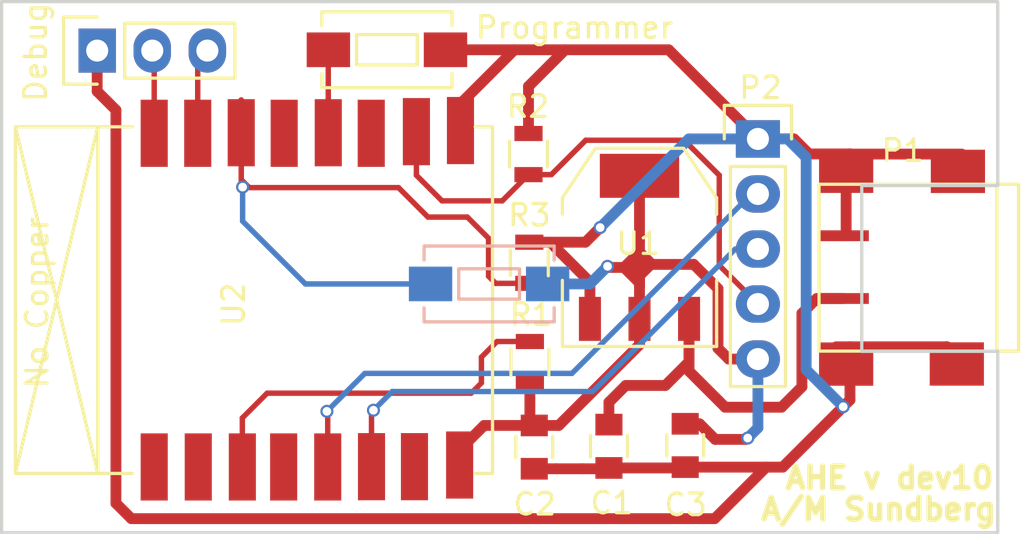
<source format=kicad_pcb>
(kicad_pcb (version 4) (host pcbnew 4.0.4-stable)

  (general
    (links 33)
    (no_connects 0)
    (area 159.132199 90.823725 206.751001 115.556101)
    (thickness 1.6)
    (drawings 11)
    (tracks 157)
    (zones 0)
    (modules 13)
    (nets 12)
  )

  (page A4)
  (layers
    (0 F.Cu signal)
    (31 B.Cu signal)
    (32 B.Adhes user)
    (33 F.Adhes user)
    (34 B.Paste user)
    (35 F.Paste user)
    (36 B.SilkS user)
    (37 F.SilkS user)
    (38 B.Mask user)
    (39 F.Mask user)
    (40 Dwgs.User user)
    (41 Cmts.User user)
    (42 Eco1.User user)
    (43 Eco2.User user)
    (44 Edge.Cuts user)
    (45 Margin user)
    (46 B.CrtYd user)
    (47 F.CrtYd user)
    (48 B.Fab user)
    (49 F.Fab user)
  )

  (setup
    (last_trace_width 0.25)
    (trace_clearance 0.2)
    (zone_clearance 0.508)
    (zone_45_only no)
    (trace_min 0.2)
    (segment_width 0.2)
    (edge_width 0.15)
    (via_size 0.6)
    (via_drill 0.4)
    (via_min_size 0.4)
    (via_min_drill 0.3)
    (uvia_size 0.3)
    (uvia_drill 0.1)
    (uvias_allowed no)
    (uvia_min_size 0.2)
    (uvia_min_drill 0.1)
    (pcb_text_width 0.3)
    (pcb_text_size 1.5 1.5)
    (mod_edge_width 0.15)
    (mod_text_size 1 1)
    (mod_text_width 0.15)
    (pad_size 1.524 1.524)
    (pad_drill 0.762)
    (pad_to_mask_clearance 0.2)
    (aux_axis_origin 0 0)
    (visible_elements 7FFFFFFF)
    (pcbplotparams
      (layerselection 0x00030_80000001)
      (usegerberextensions false)
      (excludeedgelayer true)
      (linewidth 0.100000)
      (plotframeref false)
      (viasonmask false)
      (mode 1)
      (useauxorigin false)
      (hpglpennumber 1)
      (hpglpenspeed 20)
      (hpglpendiameter 15)
      (hpglpenoverlay 2)
      (psnegative false)
      (psa4output false)
      (plotreference true)
      (plotvalue true)
      (plotinvisibletext false)
      (padsonsilk false)
      (subtractmaskfromsilk false)
      (outputformat 1)
      (mirror false)
      (drillshape 1)
      (scaleselection 1)
      (outputdirectory ""))
  )

  (net 0 "")
  (net 1 +5V)
  (net 2 GND)
  (net 3 VCC)
  (net 4 "Net-(JP1-Pad1)")
  (net 5 SCLK)
  (net 6 MISO)
  (net 7 SS)
  (net 8 RX)
  (net 9 TX)
  (net 10 "Net-(R1-Pad1)")
  (net 11 "Net-(R3-Pad2)")

  (net_class Default "This is the default net class."
    (clearance 0.2)
    (trace_width 0.25)
    (via_dia 0.6)
    (via_drill 0.4)
    (uvia_dia 0.3)
    (uvia_drill 0.1)
    (add_net MISO)
    (add_net "Net-(JP1-Pad1)")
    (add_net "Net-(R1-Pad1)")
    (add_net "Net-(R3-Pad2)")
    (add_net RX)
    (add_net SCLK)
    (add_net SS)
    (add_net TX)
  )

  (net_class Gnd ""
    (clearance 0.2)
    (trace_width 0.5)
    (via_dia 0.6)
    (via_drill 0.4)
    (uvia_dia 0.3)
    (uvia_drill 0.1)
    (add_net +5V)
    (add_net GND)
    (add_net VCC)
  )

  (module ASKicadLib:USB_Mini-B_AS (layer F.Cu) (tedit 5842F73B) (tstamp 5842B4F7)
    (at 201.5 103.25 180)
    (descr "USB Mini-B 5-pin SMD connector")
    (tags "USB USB_B USB_Mini connector")
    (path /5824E589)
    (attr smd)
    (fp_text reference P1 (at 0.7366 5.4102 180) (layer F.SilkS)
      (effects (font (size 1 1) (thickness 0.15)))
    )
    (fp_text value Power (at 32.0167 -5.7531 180) (layer F.Fab) hide
      (effects (font (size 1 1) (thickness 0.15)))
    )
    (fp_line (start -4.85 -5.7) (end 4.85 -5.7) (layer F.CrtYd) (width 0.05))
    (fp_line (start 4.85 -5.7) (end 4.85 5.7) (layer F.CrtYd) (width 0.05))
    (fp_line (start 4.85 5.7) (end -4.85 5.7) (layer F.CrtYd) (width 0.05))
    (fp_line (start -4.85 5.7) (end -4.85 -5.7) (layer F.CrtYd) (width 0.05))
    (fp_line (start -3.59918 -3.85064) (end -3.59918 3.85064) (layer F.SilkS) (width 0.15))
    (fp_line (start -4.59994 -3.85064) (end -4.59994 3.85064) (layer F.SilkS) (width 0.15))
    (fp_line (start -4.59994 3.85064) (end 4.59994 3.85064) (layer F.SilkS) (width 0.15))
    (fp_line (start 4.59994 3.85064) (end 4.59994 -3.85064) (layer F.SilkS) (width 0.15))
    (fp_line (start 4.59994 -3.85064) (end -4.59994 -3.85064) (layer F.SilkS) (width 0.15))
    (pad 1 smd rect (at 3.4544 -1.4224 180) (size 2.30124 0.50038) (layers F.Cu F.Paste F.Mask)
      (net 1 +5V))
    (pad 5 smd rect (at 3.4544 1.4732 180) (size 2.30124 0.50038) (layers F.Cu F.Paste F.Mask)
      (net 2 GND))
    (pad 6 smd rect (at 3.35026 -4.45008 180) (size 2.49936 1.99898) (layers F.Cu F.Paste F.Mask)
      (net 2 GND))
    (pad 6 smd rect (at -1.7526 -4.445 180) (size 2.49936 1.99898) (layers F.Cu F.Paste F.Mask)
      (net 2 GND))
    (pad 6 smd rect (at 3.35026 4.45008 180) (size 2.49936 1.99898) (layers F.Cu F.Paste F.Mask)
      (net 2 GND))
    (pad 6 smd rect (at -1.8034 4.445 180) (size 2.49936 1.99898) (layers F.Cu F.Paste F.Mask)
      (net 2 GND))
  )

  (module Capacitors_SMD:C_0805 (layer F.Cu) (tedit 58432CD8) (tstamp 583B2021)
    (at 187.2107 111.4933 270)
    (descr "Capacitor SMD 0805, reflow soldering, AVX (see smccp.pdf)")
    (tags "capacitor 0805")
    (path /5824E356)
    (attr smd)
    (fp_text reference C1 (at 2.61366 -0.12954 360) (layer F.SilkS)
      (effects (font (size 1 1) (thickness 0.15)))
    )
    (fp_text value C (at -2.6416 18.1229 270) (layer F.Fab) hide
      (effects (font (size 1 1) (thickness 0.15)))
    )
    (fp_line (start -1 0.625) (end -1 -0.625) (layer F.Fab) (width 0.15))
    (fp_line (start 1 0.625) (end -1 0.625) (layer F.Fab) (width 0.15))
    (fp_line (start 1 -0.625) (end 1 0.625) (layer F.Fab) (width 0.15))
    (fp_line (start -1 -0.625) (end 1 -0.625) (layer F.Fab) (width 0.15))
    (fp_line (start -1.8 -1) (end 1.8 -1) (layer F.CrtYd) (width 0.05))
    (fp_line (start -1.8 1) (end 1.8 1) (layer F.CrtYd) (width 0.05))
    (fp_line (start -1.8 -1) (end -1.8 1) (layer F.CrtYd) (width 0.05))
    (fp_line (start 1.8 -1) (end 1.8 1) (layer F.CrtYd) (width 0.05))
    (fp_line (start 0.5 -0.85) (end -0.5 -0.85) (layer F.SilkS) (width 0.15))
    (fp_line (start -0.5 0.85) (end 0.5 0.85) (layer F.SilkS) (width 0.15))
    (pad 1 smd rect (at -1 0 270) (size 1 1.25) (layers F.Cu F.Paste F.Mask)
      (net 1 +5V))
    (pad 2 smd rect (at 1 0 270) (size 1 1.25) (layers F.Cu F.Paste F.Mask)
      (net 2 GND))
    (model Capacitors_SMD.3dshapes/C_0805.wrl
      (at (xyz 0 0 0))
      (scale (xyz 1 1 1))
      (rotate (xyz 0 0 0))
    )
  )

  (module Capacitors_SMD:C_0805 (layer F.Cu) (tedit 58432CD4) (tstamp 583B2027)
    (at 183.769 111.5314 270)
    (descr "Capacitor SMD 0805, reflow soldering, AVX (see smccp.pdf)")
    (tags "capacitor 0805")
    (path /5824E3C5)
    (attr smd)
    (fp_text reference C2 (at 2.63144 -0.02032 360) (layer F.SilkS)
      (effects (font (size 1 1) (thickness 0.15)))
    )
    (fp_text value C (at -2.7559 14.7193 270) (layer F.Fab) hide
      (effects (font (size 1 1) (thickness 0.15)))
    )
    (fp_line (start -1 0.625) (end -1 -0.625) (layer F.Fab) (width 0.15))
    (fp_line (start 1 0.625) (end -1 0.625) (layer F.Fab) (width 0.15))
    (fp_line (start 1 -0.625) (end 1 0.625) (layer F.Fab) (width 0.15))
    (fp_line (start -1 -0.625) (end 1 -0.625) (layer F.Fab) (width 0.15))
    (fp_line (start -1.8 -1) (end 1.8 -1) (layer F.CrtYd) (width 0.05))
    (fp_line (start -1.8 1) (end 1.8 1) (layer F.CrtYd) (width 0.05))
    (fp_line (start -1.8 -1) (end -1.8 1) (layer F.CrtYd) (width 0.05))
    (fp_line (start 1.8 -1) (end 1.8 1) (layer F.CrtYd) (width 0.05))
    (fp_line (start 0.5 -0.85) (end -0.5 -0.85) (layer F.SilkS) (width 0.15))
    (fp_line (start -0.5 0.85) (end 0.5 0.85) (layer F.SilkS) (width 0.15))
    (pad 1 smd rect (at -1 0 270) (size 1 1.25) (layers F.Cu F.Paste F.Mask)
      (net 3 VCC))
    (pad 2 smd rect (at 1 0 270) (size 1 1.25) (layers F.Cu F.Paste F.Mask)
      (net 2 GND))
    (model Capacitors_SMD.3dshapes/C_0805.wrl
      (at (xyz 0 0 0))
      (scale (xyz 1 1 1))
      (rotate (xyz 0 0 0))
    )
  )

  (module Pin_Headers:Pin_Header_Straight_1x05 (layer F.Cu) (tedit 5842F73E) (tstamp 583B2043)
    (at 194.0814 97.3074)
    (descr "Through hole pin header")
    (tags "pin header")
    (path /5824E6C8)
    (fp_text reference P2 (at 0.1143 -2.3622) (layer F.SilkS)
      (effects (font (size 1 1) (thickness 0.15)))
    )
    (fp_text value Audio (at -24.9555 11.2014) (layer F.Fab) hide
      (effects (font (size 1 1) (thickness 0.15)))
    )
    (fp_line (start -1.55 0) (end -1.55 -1.55) (layer F.SilkS) (width 0.15))
    (fp_line (start -1.55 -1.55) (end 1.55 -1.55) (layer F.SilkS) (width 0.15))
    (fp_line (start 1.55 -1.55) (end 1.55 0) (layer F.SilkS) (width 0.15))
    (fp_line (start -1.75 -1.75) (end -1.75 11.95) (layer F.CrtYd) (width 0.05))
    (fp_line (start 1.75 -1.75) (end 1.75 11.95) (layer F.CrtYd) (width 0.05))
    (fp_line (start -1.75 -1.75) (end 1.75 -1.75) (layer F.CrtYd) (width 0.05))
    (fp_line (start -1.75 11.95) (end 1.75 11.95) (layer F.CrtYd) (width 0.05))
    (fp_line (start 1.27 1.27) (end 1.27 11.43) (layer F.SilkS) (width 0.15))
    (fp_line (start 1.27 11.43) (end -1.27 11.43) (layer F.SilkS) (width 0.15))
    (fp_line (start -1.27 11.43) (end -1.27 1.27) (layer F.SilkS) (width 0.15))
    (fp_line (start 1.27 1.27) (end -1.27 1.27) (layer F.SilkS) (width 0.15))
    (pad 1 thru_hole rect (at 0 0) (size 2.032 1.7272) (drill 1.016) (layers *.Cu *.Mask)
      (net 2 GND))
    (pad 2 thru_hole oval (at 0 2.54) (size 2.032 1.7272) (drill 1.016) (layers *.Cu *.Mask)
      (net 5 SCLK))
    (pad 3 thru_hole oval (at 0 5.08) (size 2.032 1.7272) (drill 1.016) (layers *.Cu *.Mask)
      (net 6 MISO))
    (pad 4 thru_hole oval (at 0 7.62) (size 2.032 1.7272) (drill 1.016) (layers *.Cu *.Mask)
      (net 7 SS))
    (pad 5 thru_hole oval (at 0 10.16) (size 2.032 1.7272) (drill 1.016) (layers *.Cu *.Mask)
      (net 3 VCC))
    (model Pin_Headers.3dshapes/Pin_Header_Straight_1x05.wrl
      (at (xyz 0 -0.2 0))
      (scale (xyz 1 1 1))
      (rotate (xyz 0 0 90))
    )
  )

  (module Resistors_SMD:R_0805 (layer F.Cu) (tedit 5842FDFB) (tstamp 583B2050)
    (at 183.5658 107.6071 270)
    (descr "Resistor SMD 0805, reflow soldering, Vishay (see dcrcw.pdf)")
    (tags "resistor 0805")
    (path /5824D0BF)
    (attr smd)
    (fp_text reference R1 (at -2.1971 -0.0508 360) (layer F.SilkS)
      (effects (font (size 1 1) (thickness 0.15)))
    )
    (fp_text value 10k (at 0.2413 12.79652 270) (layer F.Fab) hide
      (effects (font (size 1 1) (thickness 0.15)))
    )
    (fp_line (start -1 0.625) (end -1 -0.625) (layer F.Fab) (width 0.1))
    (fp_line (start 1 0.625) (end -1 0.625) (layer F.Fab) (width 0.1))
    (fp_line (start 1 -0.625) (end 1 0.625) (layer F.Fab) (width 0.1))
    (fp_line (start -1 -0.625) (end 1 -0.625) (layer F.Fab) (width 0.1))
    (fp_line (start -1.6 -1) (end 1.6 -1) (layer F.CrtYd) (width 0.05))
    (fp_line (start -1.6 1) (end 1.6 1) (layer F.CrtYd) (width 0.05))
    (fp_line (start -1.6 -1) (end -1.6 1) (layer F.CrtYd) (width 0.05))
    (fp_line (start 1.6 -1) (end 1.6 1) (layer F.CrtYd) (width 0.05))
    (fp_line (start 0.6 0.875) (end -0.6 0.875) (layer F.SilkS) (width 0.15))
    (fp_line (start -0.6 -0.875) (end 0.6 -0.875) (layer F.SilkS) (width 0.15))
    (pad 1 smd rect (at -0.95 0 270) (size 0.7 1.3) (layers F.Cu F.Paste F.Mask)
      (net 10 "Net-(R1-Pad1)"))
    (pad 2 smd rect (at 0.95 0 270) (size 0.7 1.3) (layers F.Cu F.Paste F.Mask)
      (net 3 VCC))
    (model Resistors_SMD.3dshapes/R_0805.wrl
      (at (xyz 0 0 0))
      (scale (xyz 1 1 1))
      (rotate (xyz 0 0 0))
    )
  )

  (module Resistors_SMD:R_0805 (layer F.Cu) (tedit 5842FE9C) (tstamp 583B2056)
    (at 183.5023 98.0059 90)
    (descr "Resistor SMD 0805, reflow soldering, Vishay (see dcrcw.pdf)")
    (tags "resistor 0805")
    (path /5824D172)
    (attr smd)
    (fp_text reference R2 (at 2.1971 -0.0254 180) (layer F.SilkS)
      (effects (font (size 1 1) (thickness 0.15)))
    )
    (fp_text value 10k (at -11.15314 -14.4145 90) (layer F.Fab) hide
      (effects (font (size 1 1) (thickness 0.15)))
    )
    (fp_line (start -1 0.625) (end -1 -0.625) (layer F.Fab) (width 0.1))
    (fp_line (start 1 0.625) (end -1 0.625) (layer F.Fab) (width 0.1))
    (fp_line (start 1 -0.625) (end 1 0.625) (layer F.Fab) (width 0.1))
    (fp_line (start -1 -0.625) (end 1 -0.625) (layer F.Fab) (width 0.1))
    (fp_line (start -1.6 -1) (end 1.6 -1) (layer F.CrtYd) (width 0.05))
    (fp_line (start -1.6 1) (end 1.6 1) (layer F.CrtYd) (width 0.05))
    (fp_line (start -1.6 -1) (end -1.6 1) (layer F.CrtYd) (width 0.05))
    (fp_line (start 1.6 -1) (end 1.6 1) (layer F.CrtYd) (width 0.05))
    (fp_line (start 0.6 0.875) (end -0.6 0.875) (layer F.SilkS) (width 0.15))
    (fp_line (start -0.6 -0.875) (end 0.6 -0.875) (layer F.SilkS) (width 0.15))
    (pad 1 smd rect (at -0.95 0 90) (size 0.7 1.3) (layers F.Cu F.Paste F.Mask)
      (net 7 SS))
    (pad 2 smd rect (at 0.95 0 90) (size 0.7 1.3) (layers F.Cu F.Paste F.Mask)
      (net 2 GND))
    (model Resistors_SMD.3dshapes/R_0805.wrl
      (at (xyz 0 0 0))
      (scale (xyz 1 1 1))
      (rotate (xyz 0 0 0))
    )
  )

  (module Resistors_SMD:R_0805 (layer F.Cu) (tedit 5842FE97) (tstamp 583B205C)
    (at 183.5404 103.0224 270)
    (descr "Resistor SMD 0805, reflow soldering, Vishay (see dcrcw.pdf)")
    (tags "resistor 0805")
    (path /5824DE0A)
    (attr smd)
    (fp_text reference R3 (at -2.1971 0 360) (layer F.SilkS)
      (effects (font (size 1 1) (thickness 0.15)))
    )
    (fp_text value 10k (at 5.53212 14.31544 270) (layer F.Fab) hide
      (effects (font (size 1 1) (thickness 0.15)))
    )
    (fp_line (start -1 0.625) (end -1 -0.625) (layer F.Fab) (width 0.1))
    (fp_line (start 1 0.625) (end -1 0.625) (layer F.Fab) (width 0.1))
    (fp_line (start 1 -0.625) (end 1 0.625) (layer F.Fab) (width 0.1))
    (fp_line (start -1 -0.625) (end 1 -0.625) (layer F.Fab) (width 0.1))
    (fp_line (start -1.6 -1) (end 1.6 -1) (layer F.CrtYd) (width 0.05))
    (fp_line (start -1.6 1) (end 1.6 1) (layer F.CrtYd) (width 0.05))
    (fp_line (start -1.6 -1) (end -1.6 1) (layer F.CrtYd) (width 0.05))
    (fp_line (start 1.6 -1) (end 1.6 1) (layer F.CrtYd) (width 0.05))
    (fp_line (start 0.6 0.875) (end -0.6 0.875) (layer F.SilkS) (width 0.15))
    (fp_line (start -0.6 -0.875) (end 0.6 -0.875) (layer F.SilkS) (width 0.15))
    (pad 1 smd rect (at -0.95 0 270) (size 0.7 1.3) (layers F.Cu F.Paste F.Mask)
      (net 2 GND))
    (pad 2 smd rect (at 0.95 0 270) (size 0.7 1.3) (layers F.Cu F.Paste F.Mask)
      (net 11 "Net-(R3-Pad2)"))
    (model Resistors_SMD.3dshapes/R_0805.wrl
      (at (xyz 0 0 0))
      (scale (xyz 1 1 1))
      (rotate (xyz 0 0 0))
    )
  )

  (module TO_SOT_Packages_SMD:SOT-223 (layer F.Cu) (tedit 5842F54B) (tstamp 583B206A)
    (at 188.6204 102.3112)
    (descr "module CMS SOT223 4 pins")
    (tags "CMS SOT")
    (path /5824E18B)
    (attr smd)
    (fp_text reference U1 (at -0.0635 -0.1778) (layer F.SilkS)
      (effects (font (size 1 1) (thickness 0.15)))
    )
    (fp_text value LM1117-3.3 (at -16.0909 3.7719) (layer F.Fab) hide
      (effects (font (size 1 1) (thickness 0.15)))
    )
    (fp_line (start -3.556 1.524) (end -3.556 4.572) (layer F.SilkS) (width 0.15))
    (fp_line (start -3.556 4.572) (end 3.556 4.572) (layer F.SilkS) (width 0.15))
    (fp_line (start 3.556 4.572) (end 3.556 1.524) (layer F.SilkS) (width 0.15))
    (fp_line (start -3.556 -1.524) (end -3.556 -2.286) (layer F.SilkS) (width 0.15))
    (fp_line (start -3.556 -2.286) (end -2.032 -4.572) (layer F.SilkS) (width 0.15))
    (fp_line (start -2.032 -4.572) (end 2.032 -4.572) (layer F.SilkS) (width 0.15))
    (fp_line (start 2.032 -4.572) (end 3.556 -2.286) (layer F.SilkS) (width 0.15))
    (fp_line (start 3.556 -2.286) (end 3.556 -1.524) (layer F.SilkS) (width 0.15))
    (pad 4 smd rect (at 0 -3.302) (size 3.6576 2.032) (layers F.Cu F.Paste F.Mask)
      (net 3 VCC))
    (pad 2 smd rect (at 0 3.302) (size 1.016 2.032) (layers F.Cu F.Paste F.Mask)
      (net 3 VCC))
    (pad 3 smd rect (at 2.286 3.302) (size 1.016 2.032) (layers F.Cu F.Paste F.Mask)
      (net 1 +5V))
    (pad 1 smd rect (at -2.286 3.302) (size 1.016 2.032) (layers F.Cu F.Paste F.Mask)
      (net 2 GND))
    (model TO_SOT_Packages_SMD.3dshapes/SOT-223.wrl
      (at (xyz 0 0 0))
      (scale (xyz 0.4 0.4 0.4))
      (rotate (xyz 0 0 0))
    )
  )

  (module dev_02_kicad:ESP-07v2 (layer F.Cu) (tedit 5842F702) (tstamp 583B207E)
    (at 166.243 111.7473 90)
    (descr "Module, ESP-8266, ESP-07v2, 16 pad, SMD")
    (tags "Module ESP-8266 ESP8266")
    (path /5824CC2A)
    (fp_text reference U2 (at 6.8072 3.6576 270) (layer F.SilkS)
      (effects (font (size 1 1) (thickness 0.15)))
    )
    (fp_text value ESP-07v2 (at 3.0099 3.2385 180) (layer F.Fab) hide
      (effects (font (size 1 1) (thickness 0.15)))
    )
    (fp_line (start -2.25 -0.5) (end -2.25 -6.65) (layer F.CrtYd) (width 0.05))
    (fp_line (start -2.25 -6.65) (end 16.25 -6.65) (layer F.CrtYd) (width 0.05))
    (fp_line (start 16.25 -6.65) (end 16.25 16) (layer F.CrtYd) (width 0.05))
    (fp_line (start 16.25 16) (end -2.25 16) (layer F.CrtYd) (width 0.05))
    (fp_line (start -2.25 16) (end -2.25 -0.5) (layer F.CrtYd) (width 0.05))
    (fp_line (start -1 -6.4) (end 15 -6.4) (layer F.SilkS) (width 0.1524))
    (fp_line (start 15 -6.4) (end 15 -1) (layer F.SilkS) (width 0.1524))
    (fp_line (start -1 -6.4) (end -1 -1) (layer F.SilkS) (width 0.1524))
    (fp_line (start -1 14.8) (end -1 15.6) (layer F.SilkS) (width 0.1524))
    (fp_line (start -1 15.6) (end 15 15.6) (layer F.SilkS) (width 0.1524))
    (fp_line (start 15 15.6) (end 15 14.8) (layer F.SilkS) (width 0.1524))
    (fp_line (start 15 -6.4) (end -1 -2.6) (layer F.SilkS) (width 0.1524))
    (fp_line (start -1 -6.4) (end 15 -2.6) (layer F.SilkS) (width 0.1524))
    (fp_text user "No Copper" (at 6.892 -5.4 90) (layer F.SilkS)
      (effects (font (size 1 1) (thickness 0.15)))
    )
    (fp_line (start -1.008 -2.6) (end 14.992 -2.6) (layer F.SilkS) (width 0.1524))
    (fp_line (start 15 -6.4) (end 15 15.6) (layer F.Fab) (width 0.05))
    (fp_line (start 15 15.6) (end -1 15.6) (layer F.Fab) (width 0.05))
    (fp_line (start -1.008 15.6) (end -1.008 -6.4) (layer F.Fab) (width 0.05))
    (fp_line (start -1 -6.4) (end 15 -6.4) (layer F.Fab) (width 0.05))
    (pad 9 smd rect (at 14.127 14.1224 90) (size 3.1 1.25) (drill (offset 0.7 0)) (layers F.Cu F.Paste F.Mask)
      (net 2 GND))
    (pad 10 smd rect (at 14.0762 12.0904 90) (size 3.1 1.25) (drill (offset 0.7 0)) (layers F.Cu F.Paste F.Mask)
      (net 7 SS))
    (pad 11 smd rect (at 14 10.0076 90) (size 3.1 1.25) (drill (offset 0.7 0)) (layers F.Cu F.Paste F.Mask))
    (pad 12 smd rect (at 14.0254 8.0264 90) (size 3.1 1.25) (drill (offset 0.7 0)) (layers F.Cu F.Paste F.Mask)
      (net 4 "Net-(JP1-Pad1)"))
    (pad 13 smd rect (at 14 5.9944 90) (size 3.1 1.25) (drill (offset 0.7 0)) (layers F.Cu F.Paste F.Mask))
    (pad 14 smd rect (at 14.0254 4.0132 90) (size 3.1 1.25) (drill (offset 0.7 0)) (layers F.Cu F.Paste F.Mask)
      (net 11 "Net-(R3-Pad2)"))
    (pad 15 smd rect (at 14 2.0066 90) (size 3.1 1.25) (drill (offset 0.7 0)) (layers F.Cu F.Paste F.Mask)
      (net 9 TX))
    (pad 8 smd rect (at 0.0889 14.0843 90) (size 3.1 1.25) (drill (offset -0.7 0)) (layers F.Cu F.Paste F.Mask)
      (net 3 VCC))
    (pad 7 smd rect (at 0.0127 12.0015 90) (size 3.1 1.25) (drill (offset -0.7 0)) (layers F.Cu F.Paste F.Mask))
    (pad 6 smd rect (at 0.0127 10.0203 90) (size 3.1 1.25) (drill (offset -0.7 0)) (layers F.Cu F.Paste F.Mask)
      (net 6 MISO))
    (pad 5 smd rect (at 0 8.001 90) (size 3.1 1.25) (drill (offset -0.7 0)) (layers F.Cu F.Paste F.Mask)
      (net 5 SCLK))
    (pad 4 smd rect (at 0 5.969 90) (size 3.1 1.25) (drill (offset -0.7 0)) (layers F.Cu F.Paste F.Mask))
    (pad 3 smd rect (at 0 4.064 90) (size 3.1 1.25) (drill (offset -0.7 0)) (layers F.Cu F.Paste F.Mask)
      (net 10 "Net-(R1-Pad1)"))
    (pad 2 smd rect (at 0 2.032 90) (size 3.1 1.25) (drill (offset -0.7 0)) (layers F.Cu F.Paste F.Mask))
    (pad 1 smd rect (at 0 0 90) (size 3.1 1.25) (drill (offset -0.7 0)) (layers F.Cu F.Paste F.Mask))
    (pad 16 smd rect (at 14 0 90) (size 3.1 1.25) (drill (offset 0.7 0)) (layers F.Cu F.Paste F.Mask)
      (net 8 RX))
    (model ${ESPLIB}/ESP8266.3dshapes/ESP-07v2.wrl
      (at (xyz 0 0 0))
      (scale (xyz 0.3937 0.3937 0.3937))
      (rotate (xyz 0 0 0))
    )
  )

  (module Capacitors_SMD:C_0805 (layer F.Cu) (tedit 58432CDE) (tstamp 5842B22A)
    (at 190.7286 111.4552 90)
    (descr "Capacitor SMD 0805, reflow soldering, AVX (see smccp.pdf)")
    (tags "capacitor 0805")
    (path /5842B5B0)
    (attr smd)
    (fp_text reference C3 (at -2.73812 0.02032 180) (layer F.SilkS)
      (effects (font (size 1 1) (thickness 0.15)))
    )
    (fp_text value ,1uF (at 2.3749 -21.1963 180) (layer F.Fab) hide
      (effects (font (size 1 1) (thickness 0.15)))
    )
    (fp_line (start -1 0.625) (end -1 -0.625) (layer F.Fab) (width 0.15))
    (fp_line (start 1 0.625) (end -1 0.625) (layer F.Fab) (width 0.15))
    (fp_line (start 1 -0.625) (end 1 0.625) (layer F.Fab) (width 0.15))
    (fp_line (start -1 -0.625) (end 1 -0.625) (layer F.Fab) (width 0.15))
    (fp_line (start -1.8 -1) (end 1.8 -1) (layer F.CrtYd) (width 0.05))
    (fp_line (start -1.8 1) (end 1.8 1) (layer F.CrtYd) (width 0.05))
    (fp_line (start -1.8 -1) (end -1.8 1) (layer F.CrtYd) (width 0.05))
    (fp_line (start 1.8 -1) (end 1.8 1) (layer F.CrtYd) (width 0.05))
    (fp_line (start 0.5 -0.85) (end -0.5 -0.85) (layer F.SilkS) (width 0.15))
    (fp_line (start -0.5 0.85) (end 0.5 0.85) (layer F.SilkS) (width 0.15))
    (pad 1 smd rect (at -1 0 90) (size 1 1.25) (layers F.Cu F.Paste F.Mask)
      (net 2 GND))
    (pad 2 smd rect (at 1 0 90) (size 1 1.25) (layers F.Cu F.Paste F.Mask)
      (net 3 VCC))
    (model Capacitors_SMD.3dshapes/C_0805.wrl
      (at (xyz 0 0 0))
      (scale (xyz 1 1 1))
      (rotate (xyz 0 0 0))
    )
  )

  (module Buttons_Switches_SMD:SW_SPST_EVQPE1 (layer F.Cu) (tedit 5842FE9E) (tstamp 5842B23E)
    (at 176.9745 93.1926)
    (descr "Light Touch Switch")
    (path /5824DC06)
    (attr smd)
    (fp_text reference Programmer (at 8.6487 -1.0287) (layer F.SilkS)
      (effects (font (size 1 1) (thickness 0.15)))
    )
    (fp_text value Program (at -5.8293 14.06144) (layer F.Fab) hide
      (effects (font (size 1 1) (thickness 0.15)))
    )
    (fp_line (start -1.4 -0.7) (end 1.4 -0.7) (layer F.SilkS) (width 0.15))
    (fp_line (start 1.4 -0.7) (end 1.4 0.7) (layer F.SilkS) (width 0.15))
    (fp_line (start 1.4 0.7) (end -1.4 0.7) (layer F.SilkS) (width 0.15))
    (fp_line (start -1.4 0.7) (end -1.4 -0.7) (layer F.SilkS) (width 0.15))
    (fp_line (start -3.95 -2) (end 3.95 -2) (layer F.CrtYd) (width 0.05))
    (fp_line (start 3.95 -2) (end 3.95 2) (layer F.CrtYd) (width 0.05))
    (fp_line (start 3.95 2) (end -3.95 2) (layer F.CrtYd) (width 0.05))
    (fp_line (start -3.95 2) (end -3.95 -2) (layer F.CrtYd) (width 0.05))
    (fp_line (start 3 -1.75) (end 3 -1.1) (layer F.SilkS) (width 0.15))
    (fp_line (start 3 1.75) (end 3 1.1) (layer F.SilkS) (width 0.15))
    (fp_line (start -3 1.1) (end -3 1.75) (layer F.SilkS) (width 0.15))
    (fp_line (start -3 -1.75) (end -3 -1.1) (layer F.SilkS) (width 0.15))
    (fp_line (start 3 -1.75) (end -3 -1.75) (layer F.SilkS) (width 0.15))
    (fp_line (start -3 1.75) (end 3 1.75) (layer F.SilkS) (width 0.15))
    (pad 2 smd rect (at 2.7 0) (size 2 1.6) (layers F.Cu F.Paste F.Mask)
      (net 2 GND))
    (pad 1 smd rect (at -2.7 0) (size 2 1.6) (layers F.Cu F.Paste F.Mask)
      (net 4 "Net-(JP1-Pad1)"))
  )

  (module Pin_Headers:Pin_Header_Straight_1x03 (layer F.Cu) (tedit 58432FC2) (tstamp 5842B250)
    (at 163.6141 93.2307 90)
    (descr "Through hole pin header")
    (tags "pin header")
    (path /5824E9F1)
    (fp_text reference Debug (at -0.07874 -2.84226 270) (layer F.SilkS)
      (effects (font (size 1 1) (thickness 0.15)))
    )
    (fp_text value Debug (at -15.2019 6.1595 180) (layer F.Fab) hide
      (effects (font (size 1 1) (thickness 0.15)))
    )
    (fp_line (start -1.75 -1.75) (end -1.75 6.85) (layer F.CrtYd) (width 0.05))
    (fp_line (start 1.75 -1.75) (end 1.75 6.85) (layer F.CrtYd) (width 0.05))
    (fp_line (start -1.75 -1.75) (end 1.75 -1.75) (layer F.CrtYd) (width 0.05))
    (fp_line (start -1.75 6.85) (end 1.75 6.85) (layer F.CrtYd) (width 0.05))
    (fp_line (start -1.27 1.27) (end -1.27 6.35) (layer F.SilkS) (width 0.15))
    (fp_line (start -1.27 6.35) (end 1.27 6.35) (layer F.SilkS) (width 0.15))
    (fp_line (start 1.27 6.35) (end 1.27 1.27) (layer F.SilkS) (width 0.15))
    (fp_line (start 1.55 -1.55) (end 1.55 0) (layer F.SilkS) (width 0.15))
    (fp_line (start 1.27 1.27) (end -1.27 1.27) (layer F.SilkS) (width 0.15))
    (fp_line (start -1.55 0) (end -1.55 -1.55) (layer F.SilkS) (width 0.15))
    (fp_line (start -1.55 -1.55) (end 1.55 -1.55) (layer F.SilkS) (width 0.15))
    (pad 1 thru_hole rect (at 0 0 90) (size 2.032 1.7272) (drill 1.016) (layers *.Cu *.Mask)
      (net 2 GND))
    (pad 2 thru_hole oval (at 0 2.54 90) (size 2.032 1.7272) (drill 1.016) (layers *.Cu *.Mask)
      (net 8 RX))
    (pad 3 thru_hole oval (at 0 5.08 90) (size 2.032 1.7272) (drill 1.016) (layers *.Cu *.Mask)
      (net 9 TX))
    (model Pin_Headers.3dshapes/Pin_Header_Straight_1x03.wrl
      (at (xyz 0 -0.1 0))
      (scale (xyz 1 1 1))
      (rotate (xyz 0 0 90))
    )
  )

  (module Buttons_Switches_SMD:SW_SPST_EVQPE1 (layer B.Cu) (tedit 5842FD3D) (tstamp 5842B32A)
    (at 181.6862 104.0003)
    (descr "Light Touch Switch")
    (path /5824DEE2)
    (attr smd)
    (fp_text reference SW1 (at -10.80516 2.89814) (layer B.SilkS) hide
      (effects (font (size 1 1) (thickness 0.15)) (justify mirror))
    )
    (fp_text value WifiRst (at 0 -3) (layer B.Fab)
      (effects (font (size 1 1) (thickness 0.15)) (justify mirror))
    )
    (fp_line (start -1.4 0.7) (end 1.4 0.7) (layer B.SilkS) (width 0.15))
    (fp_line (start 1.4 0.7) (end 1.4 -0.7) (layer B.SilkS) (width 0.15))
    (fp_line (start 1.4 -0.7) (end -1.4 -0.7) (layer B.SilkS) (width 0.15))
    (fp_line (start -1.4 -0.7) (end -1.4 0.7) (layer B.SilkS) (width 0.15))
    (fp_line (start -3.95 2) (end 3.95 2) (layer B.CrtYd) (width 0.05))
    (fp_line (start 3.95 2) (end 3.95 -2) (layer B.CrtYd) (width 0.05))
    (fp_line (start 3.95 -2) (end -3.95 -2) (layer B.CrtYd) (width 0.05))
    (fp_line (start -3.95 -2) (end -3.95 2) (layer B.CrtYd) (width 0.05))
    (fp_line (start 3 1.75) (end 3 1.1) (layer B.SilkS) (width 0.15))
    (fp_line (start 3 -1.75) (end 3 -1.1) (layer B.SilkS) (width 0.15))
    (fp_line (start -3 -1.1) (end -3 -1.75) (layer B.SilkS) (width 0.15))
    (fp_line (start -3 1.75) (end -3 1.1) (layer B.SilkS) (width 0.15))
    (fp_line (start 3 1.75) (end -3 1.75) (layer B.SilkS) (width 0.15))
    (fp_line (start -3 -1.75) (end 3 -1.75) (layer B.SilkS) (width 0.15))
    (pad 2 smd rect (at 2.7 0) (size 2 1.6) (layers B.Cu B.Paste B.Mask)
      (net 3 VCC))
    (pad 1 smd rect (at -2.7 0) (size 2 1.6) (layers B.Cu B.Paste B.Mask)
      (net 11 "Net-(R3-Pad2)"))
  )

  (gr_line (start 205.14 107.11) (end 205.14 115.48) (angle 90) (layer Edge.Cuts) (width 0.15))
  (gr_line (start 198.87 107.11) (end 205.14 107.11) (angle 90) (layer Edge.Cuts) (width 0.15))
  (gr_line (start 198.87 99.46) (end 198.87 107.11) (angle 90) (layer Edge.Cuts) (width 0.15))
  (gr_line (start 205.14 99.46) (end 198.87 99.46) (angle 90) (layer Edge.Cuts) (width 0.15))
  (gr_line (start 205.14 90.97) (end 205.14 99.46) (angle 90) (layer Edge.Cuts) (width 0.15))
  (gr_text "A/M Sundberg" (at 199.644 114.4016) (layer F.SilkS)
    (effects (font (size 1 1) (thickness 0.25)))
  )
  (gr_text "AHE v dev10" (at 200.152 112.95888) (layer F.SilkS)
    (effects (font (size 1 1) (thickness 0.25)))
  )
  (gr_line (start 159.2072 90.9701) (end 159.3088 90.9701) (angle 90) (layer Edge.Cuts) (width 0.15))
  (gr_line (start 159.2072 115.4811) (end 159.2072 90.9701) (angle 90) (layer Edge.Cuts) (width 0.15))
  (gr_line (start 205.1304 115.4811) (end 159.2072 115.4811) (angle 90) (layer Edge.Cuts) (width 0.15))
  (gr_line (start 159.258 90.9701) (end 205.1304 90.9701) (angle 90) (layer Edge.Cuts) (width 0.15))

  (segment (start 190.9064 105.6132) (end 190.9064 108.0264) (width 0.5) (layer F.Cu) (net 1) (status 400000))
  (segment (start 196.7976 104.6724) (end 198.0456 104.6724) (width 0.5) (layer F.Cu) (net 1) (tstamp 5849B61F) (status 800000))
  (segment (start 196.11 105.36) (end 196.7976 104.6724) (width 0.5) (layer F.Cu) (net 1) (tstamp 5849B61E))
  (segment (start 196.11 108.75) (end 196.11 105.36) (width 0.5) (layer F.Cu) (net 1) (tstamp 5849B61C))
  (segment (start 195.17 109.69) (end 196.11 108.75) (width 0.5) (layer F.Cu) (net 1) (tstamp 5849B61B))
  (segment (start 192.57 109.69) (end 195.17 109.69) (width 0.5) (layer F.Cu) (net 1) (tstamp 5849B619))
  (segment (start 190.9064 108.0264) (end 192.57 109.69) (width 0.5) (layer F.Cu) (net 1) (tstamp 5849B617))
  (segment (start 187.2107 110.4933) (end 187.2107 109.4613) (width 0.5) (layer F.Cu) (net 1))
  (segment (start 190.9064 107.5944) (end 190.9064 105.6132) (width 0.5) (layer F.Cu) (net 1) (tstamp 5842F956))
  (segment (start 189.8142 108.6866) (end 190.9064 107.5944) (width 0.5) (layer F.Cu) (net 1) (tstamp 5842F955))
  (segment (start 187.9854 108.6866) (end 189.8142 108.6866) (width 0.5) (layer F.Cu) (net 1) (tstamp 5842F954))
  (segment (start 187.2107 109.4613) (end 187.9854 108.6866) (width 0.5) (layer F.Cu) (net 1) (tstamp 5842F953))
  (segment (start 198.14974 98.79992) (end 198.14974 101.67266) (width 0.5) (layer F.Cu) (net 2) (status C00000))
  (segment (start 198.14974 101.67266) (end 198.0456 101.7768) (width 0.5) (layer F.Cu) (net 2) (tstamp 5849B610) (status C00000))
  (segment (start 183.5404 102.0724) (end 186.13124 102.0724) (width 0.5) (layer F.Cu) (net 2))
  (segment (start 190.89624 97.3074) (end 194.0814 97.3074) (width 0.5) (layer B.Cu) (net 2) (tstamp 5842FED2))
  (segment (start 186.80684 101.3968) (end 190.89624 97.3074) (width 0.5) (layer B.Cu) (net 2) (tstamp 5842FED1))
  (via (at 186.80684 101.3968) (size 0.6) (drill 0.4) (layers F.Cu B.Cu) (net 2))
  (segment (start 186.13124 102.0724) (end 186.80684 101.3968) (width 0.5) (layer F.Cu) (net 2) (tstamp 5842FECC))
  (segment (start 198.32574 106.90098) (end 198.32574 109.35462) (width 0.5) (layer F.Cu) (net 2))
  (segment (start 198.32574 109.35462) (end 198.01332 109.66704) (width 0.5) (layer F.Cu) (net 2) (tstamp 5842FDEC))
  (segment (start 194.4657 112.4552) (end 195.22516 112.4552) (width 0.5) (layer F.Cu) (net 2))
  (segment (start 195.453 97.3074) (end 194.0814 97.3074) (width 0.5) (layer B.Cu) (net 2) (tstamp 5842FDE6))
  (via (at 198.01332 109.66704) (size 0.6) (drill 0.4) (layers F.Cu B.Cu) (net 2))
  (segment (start 198.01332 109.66704) (end 196.30644 107.96016) (width 0.5) (layer B.Cu) (net 2) (tstamp 5842FDDD))
  (segment (start 196.30644 107.96016) (end 196.30644 98.16084) (width 0.5) (layer B.Cu) (net 2) (tstamp 5842FDDE))
  (segment (start 196.30644 98.16084) (end 195.453 97.3074) (width 0.5) (layer B.Cu) (net 2) (tstamp 5842FDE2))
  (segment (start 195.22516 112.4552) (end 198.01332 109.66704) (width 0.5) (layer F.Cu) (net 2) (tstamp 5842FDD6))
  (segment (start 163.6141 93.2307) (end 163.6141 95.1103) (width 0.5) (layer F.Cu) (net 2))
  (segment (start 192.0875 114.8334) (end 194.4657 112.4552) (width 0.5) (layer F.Cu) (net 2) (tstamp 5842FCEE))
  (segment (start 165.1889 114.8334) (end 192.0875 114.8334) (width 0.5) (layer F.Cu) (net 2) (tstamp 5842FCE6))
  (segment (start 164.4777 114.1222) (end 165.1889 114.8334) (width 0.5) (layer F.Cu) (net 2) (tstamp 5842FCE5))
  (segment (start 164.4777 95.9739) (end 164.4777 114.1222) (width 0.5) (layer F.Cu) (net 2) (tstamp 5842FCE4))
  (segment (start 163.6141 95.1103) (end 164.4777 95.9739) (width 0.5) (layer F.Cu) (net 2) (tstamp 5842FCE3))
  (segment (start 190.7286 112.4552) (end 194.4657 112.4552) (width 0.5) (layer F.Cu) (net 2))
  (segment (start 187.2107 112.4933) (end 190.6905 112.4933) (width 0.5) (layer F.Cu) (net 2))
  (segment (start 190.6905 112.4933) (end 190.7286 112.4552) (width 0.5) (layer F.Cu) (net 2) (tstamp 5842FBD9))
  (segment (start 185.9882 112.5314) (end 187.1726 112.5314) (width 0.5) (layer F.Cu) (net 2))
  (segment (start 187.1726 112.5314) (end 187.2107 112.4933) (width 0.5) (layer F.Cu) (net 2) (tstamp 5842FBD6))
  (segment (start 183.5023 97.0559) (end 183.5023 94.8817) (width 0.5) (layer F.Cu) (net 2))
  (segment (start 183.5023 94.8817) (end 185.1914 93.1926) (width 0.5) (layer F.Cu) (net 2) (tstamp 5842FB79))
  (segment (start 186.3344 105.6132) (end 186.3344 103.9114) (width 0.5) (layer F.Cu) (net 2))
  (segment (start 184.4954 102.0724) (end 183.5404 102.0724) (width 0.5) (layer F.Cu) (net 2) (tstamp 5842FA7B))
  (segment (start 186.3344 103.9114) (end 184.4954 102.0724) (width 0.5) (layer F.Cu) (net 2) (tstamp 5842FA78))
  (segment (start 180.3654 97.6203) (end 180.3654 95.6818) (width 0.5) (layer F.Cu) (net 2))
  (segment (start 180.3654 95.6818) (end 182.8546 93.1926) (width 0.5) (layer F.Cu) (net 2) (tstamp 5842FA40))
  (segment (start 179.6745 93.1926) (end 182.8546 93.1926) (width 0.5) (layer F.Cu) (net 2))
  (segment (start 182.8546 93.1926) (end 185.1914 93.1926) (width 0.5) (layer F.Cu) (net 2) (tstamp 5842FA43))
  (segment (start 185.1914 93.1926) (end 189.9666 93.1926) (width 0.5) (layer F.Cu) (net 2) (tstamp 5842FA3E))
  (segment (start 189.9666 93.1926) (end 194.0814 97.3074) (width 0.5) (layer F.Cu) (net 2) (tstamp 5842FA35))
  (segment (start 183.769 112.5314) (end 184.7723 112.5314) (width 0.5) (layer F.Cu) (net 2))
  (segment (start 184.7723 112.5314) (end 185.9882 112.5314) (width 0.5) (layer F.Cu) (net 2))
  (segment (start 198.32574 98.00082) (end 196.43852 98.00082) (width 0.5) (layer F.Cu) (net 2))
  (segment (start 195.7451 97.3074) (end 194.0814 97.3074) (width 0.5) (layer F.Cu) (net 2) (tstamp 5842F67D))
  (segment (start 196.43852 98.00082) (end 195.7451 97.3074) (width 0.5) (layer F.Cu) (net 2) (tstamp 5842F67C))
  (segment (start 203.4794 98.0059) (end 198.33082 98.0059) (width 0.5) (layer F.Cu) (net 2))
  (segment (start 198.33082 98.0059) (end 198.32574 98.00082) (width 0.5) (layer F.Cu) (net 2) (tstamp 5842F679))
  (segment (start 198.2216 98.10496) (end 198.32574 98.00082) (width 0.5) (layer F.Cu) (net 2) (tstamp 5842F676))
  (segment (start 197.69074 106.90098) (end 202.78852 106.90098) (width 0.5) (layer F.Cu) (net 2))
  (segment (start 202.78852 106.90098) (end 202.7936 106.8959) (width 0.5) (layer F.Cu) (net 2) (tstamp 5842F3A4))
  (segment (start 188.6204 103.95458) (end 188.6204 103.6193) (width 0.5) (layer F.Cu) (net 3))
  (segment (start 188.6204 103.6193) (end 189.1411 103.0986) (width 0.5) (layer F.Cu) (net 3) (tstamp 58432D4F))
  (segment (start 188.6204 104.10444) (end 188.6204 103.95458) (width 0.5) (layer F.Cu) (net 3))
  (segment (start 188.6204 103.95458) (end 187.90412 103.2383) (width 0.5) (layer F.Cu) (net 3) (tstamp 58432D4C))
  (segment (start 189.1411 103.0986) (end 188.7601 103.0986) (width 0.5) (layer F.Cu) (net 3))
  (segment (start 188.7601 103.0986) (end 188.6204 103.2383) (width 0.5) (layer F.Cu) (net 3) (tstamp 58432D45))
  (segment (start 187.90412 103.2383) (end 187.9092 103.2383) (width 0.5) (layer F.Cu) (net 3))
  (segment (start 187.9092 103.2383) (end 188.6204 102.5271) (width 0.5) (layer F.Cu) (net 3) (tstamp 58432D3A))
  (segment (start 183.769 110.5314) (end 184.896 110.5314) (width 0.5) (layer F.Cu) (net 3))
  (segment (start 188.6204 106.807) (end 188.6204 105.6132) (width 0.5) (layer F.Cu) (net 3) (tstamp 5842FC08))
  (segment (start 184.896 110.5314) (end 188.6204 106.807) (width 0.5) (layer F.Cu) (net 3) (tstamp 5842FC04))
  (segment (start 184.3862 104.0003) (end 186.3344 104.0003) (width 0.5) (layer B.Cu) (net 3))
  (segment (start 186.3344 104.0003) (end 187.1472 103.1875) (width 0.5) (layer B.Cu) (net 3) (tstamp 5842FBEB))
  (via (at 187.1472 103.1875) (size 0.6) (drill 0.4) (layers F.Cu B.Cu) (net 3))
  (segment (start 187.1472 103.1875) (end 187.198 103.2383) (width 0.5) (layer F.Cu) (net 3) (tstamp 5842FBF3))
  (segment (start 187.198 103.2383) (end 187.90412 103.2383) (width 0.5) (layer F.Cu) (net 3) (tstamp 5842FBF4))
  (segment (start 187.90412 103.2383) (end 188.6204 103.2383) (width 0.5) (layer F.Cu) (net 3) (tstamp 58432D38))
  (segment (start 194.0814 107.4674) (end 192.7352 107.4674) (width 0.5) (layer F.Cu) (net 3))
  (segment (start 192.7352 107.4674) (end 192.2399 106.9721) (width 0.5) (layer F.Cu) (net 3) (tstamp 5842FACB))
  (segment (start 192.2399 106.9721) (end 192.2399 104.2162) (width 0.5) (layer F.Cu) (net 3) (tstamp 5842FACC))
  (segment (start 192.2399 104.2162) (end 191.1223 103.0986) (width 0.5) (layer F.Cu) (net 3) (tstamp 5842FACE))
  (segment (start 191.1223 103.0986) (end 189.1411 103.0986) (width 0.5) (layer F.Cu) (net 3) (tstamp 5842FAD3))
  (segment (start 183.5658 108.5571) (end 183.5658 110.3282) (width 0.5) (layer F.Cu) (net 3))
  (segment (start 183.5658 110.3282) (end 183.769 110.5314) (width 0.5) (layer F.Cu) (net 3) (tstamp 5842FAA2))
  (segment (start 189.1411 103.0986) (end 189.1411 103.0478) (width 0.5) (layer F.Cu) (net 3) (tstamp 5842FAD6))
  (segment (start 189.1411 103.0478) (end 188.6204 102.5271) (width 0.5) (layer F.Cu) (net 3) (tstamp 5842F973))
  (segment (start 188.6204 105.6132) (end 188.6204 104.10444) (width 0.5) (layer F.Cu) (net 3))
  (segment (start 188.6204 104.10444) (end 188.6204 103.6447) (width 0.5) (layer F.Cu) (net 3) (tstamp 58432D4A))
  (segment (start 188.6204 103.6447) (end 188.6204 103.2383) (width 0.5) (layer F.Cu) (net 3) (tstamp 5842F971))
  (segment (start 188.6204 103.2383) (end 188.6204 102.5271) (width 0.5) (layer F.Cu) (net 3) (tstamp 5842FB64))
  (segment (start 188.6204 102.5271) (end 188.6204 99.0092) (width 0.5) (layer F.Cu) (net 3) (tstamp 5842F976))
  (segment (start 183.6039 110.3663) (end 183.769 110.5314) (width 0.5) (layer F.Cu) (net 3) (tstamp 5842F92A))
  (segment (start 194.0814 107.4674) (end 194.0814 110.6424) (width 0.5) (layer B.Cu) (net 3))
  (segment (start 191.3923 110.4552) (end 190.7286 110.4552) (width 0.5) (layer F.Cu) (net 3) (tstamp 5842F705))
  (segment (start 192.1129 111.1758) (end 191.3923 110.4552) (width 0.5) (layer F.Cu) (net 3) (tstamp 5842F704))
  (segment (start 193.548 111.1758) (end 192.1129 111.1758) (width 0.5) (layer F.Cu) (net 3) (tstamp 5842F703))
  (segment (start 193.6115 111.1123) (end 193.548 111.1758) (width 0.5) (layer F.Cu) (net 3) (tstamp 5842F702))
  (via (at 193.6115 111.1123) (size 0.6) (drill 0.4) (layers F.Cu B.Cu) (net 3))
  (segment (start 194.0814 110.6424) (end 193.6115 111.1123) (width 0.5) (layer B.Cu) (net 3) (tstamp 5842F6FF))
  (segment (start 183.769 110.5314) (end 181.4543 110.5314) (width 0.5) (layer F.Cu) (net 3))
  (segment (start 181.4543 110.5314) (end 180.3273 111.6584) (width 0.5) (layer F.Cu) (net 3) (tstamp 5842F6F8))
  (segment (start 174.2694 97.7219) (end 174.2694 93.1977) (width 0.25) (layer F.Cu) (net 4))
  (segment (start 174.2694 93.1977) (end 174.2745 93.1926) (width 0.25) (layer F.Cu) (net 4) (tstamp 5842FA32))
  (segment (start 194.0814 99.8474) (end 193.7893 99.8474) (width 0.25) (layer B.Cu) (net 5))
  (segment (start 193.7893 99.8474) (end 185.5089 108.1278) (width 0.25) (layer B.Cu) (net 5) (tstamp 5842FB46))
  (segment (start 185.5089 108.1278) (end 175.9585 108.1278) (width 0.25) (layer B.Cu) (net 5) (tstamp 5842FB47))
  (segment (start 175.9585 108.1278) (end 174.2059 109.8804) (width 0.25) (layer B.Cu) (net 5) (tstamp 5842FB4A))
  (via (at 174.2059 109.8804) (size 0.6) (drill 0.4) (layers F.Cu B.Cu) (net 5))
  (segment (start 174.2059 109.8804) (end 174.244 109.9185) (width 0.25) (layer F.Cu) (net 5) (tstamp 5842FB50))
  (segment (start 174.244 109.9185) (end 174.244 111.7473) (width 0.25) (layer F.Cu) (net 5) (tstamp 5842FB51))
  (segment (start 194.0814 102.3874) (end 193.04 102.3874) (width 0.25) (layer B.Cu) (net 6))
  (segment (start 176.2633 109.9185) (end 176.2633 111.7346) (width 0.25) (layer F.Cu) (net 6) (tstamp 5842FB43))
  (segment (start 176.3522 109.8296) (end 176.2633 109.9185) (width 0.25) (layer F.Cu) (net 6) (tstamp 5842FB42))
  (via (at 176.3522 109.8296) (size 0.6) (drill 0.4) (layers F.Cu B.Cu) (net 6))
  (segment (start 177.2158 108.966) (end 176.3522 109.8296) (width 0.25) (layer B.Cu) (net 6) (tstamp 5842FB3F))
  (segment (start 186.4614 108.966) (end 177.2158 108.966) (width 0.25) (layer B.Cu) (net 6) (tstamp 5842FB3D))
  (segment (start 193.04 102.3874) (end 186.4614 108.966) (width 0.25) (layer B.Cu) (net 6) (tstamp 5842FB3B))
  (segment (start 183.5023 98.9559) (end 184.55382 98.9559) (width 0.25) (layer F.Cu) (net 7))
  (segment (start 192.29832 103.14432) (end 194.0814 104.9274) (width 0.25) (layer F.Cu) (net 7) (tstamp 58432D32))
  (segment (start 192.29832 98.9838) (end 192.29832 103.14432) (width 0.25) (layer F.Cu) (net 7) (tstamp 58432D2F))
  (segment (start 190.68288 97.36836) (end 192.29832 98.9838) (width 0.25) (layer F.Cu) (net 7) (tstamp 58432D29))
  (segment (start 186.14136 97.36836) (end 190.68288 97.36836) (width 0.25) (layer F.Cu) (net 7) (tstamp 58432D27))
  (segment (start 184.55382 98.9559) (end 186.14136 97.36836) (width 0.25) (layer F.Cu) (net 7) (tstamp 58432D24))
  (segment (start 178.3334 97.6711) (end 178.3334 98.9838) (width 0.25) (layer F.Cu) (net 7))
  (segment (start 182.2933 100.1649) (end 183.5023 98.9559) (width 0.25) (layer F.Cu) (net 7) (tstamp 5842FA8A))
  (segment (start 179.5145 100.1649) (end 182.2933 100.1649) (width 0.25) (layer F.Cu) (net 7) (tstamp 5842FA86))
  (segment (start 178.3334 98.9838) (end 179.5145 100.1649) (width 0.25) (layer F.Cu) (net 7) (tstamp 5842FA82))
  (segment (start 166.243 97.7473) (end 166.243 93.3196) (width 0.25) (layer F.Cu) (net 8))
  (segment (start 166.243 93.3196) (end 166.1541 93.2307) (width 0.25) (layer F.Cu) (net 8) (tstamp 5842F38B))
  (segment (start 166.0652 97.5695) (end 166.243 97.7473) (width 0.25) (layer F.Cu) (net 8) (tstamp 5842A9D1))
  (segment (start 168.2496 97.7473) (end 168.2496 93.6752) (width 0.25) (layer F.Cu) (net 9))
  (segment (start 168.2496 93.6752) (end 168.6941 93.2307) (width 0.25) (layer F.Cu) (net 9) (tstamp 5842F388))
  (segment (start 168.6052 97.3917) (end 168.2496 97.7473) (width 0.25) (layer F.Cu) (net 9) (tstamp 5842A9D4))
  (segment (start 170.307 111.7473) (end 170.307 110.1852) (width 0.25) (layer F.Cu) (net 10))
  (segment (start 182.052 106.6571) (end 183.5658 106.6571) (width 0.25) (layer F.Cu) (net 10) (tstamp 5842FA70))
  (segment (start 181.3306 107.3785) (end 182.052 106.6571) (width 0.25) (layer F.Cu) (net 10) (tstamp 5842FA6F))
  (segment (start 181.3306 108.5723) (end 181.3306 107.3785) (width 0.25) (layer F.Cu) (net 10) (tstamp 5842FA6E))
  (segment (start 180.8607 109.0422) (end 181.3306 108.5723) (width 0.25) (layer F.Cu) (net 10) (tstamp 5842FA6D))
  (segment (start 171.45 109.0422) (end 180.8607 109.0422) (width 0.25) (layer F.Cu) (net 10) (tstamp 5842FA6B))
  (segment (start 170.307 110.1852) (end 171.45 109.0422) (width 0.25) (layer F.Cu) (net 10) (tstamp 5842FA68))
  (segment (start 178.9862 104.0003) (end 173.2153 104.0003) (width 0.25) (layer B.Cu) (net 11))
  (segment (start 170.2562 99.4664) (end 170.2562 99.187) (width 0.25) (layer F.Cu) (net 11) (tstamp 5842FB36))
  (segment (start 170.3197 99.5299) (end 170.2562 99.4664) (width 0.25) (layer F.Cu) (net 11) (tstamp 5842FB35))
  (via (at 170.3197 99.5299) (size 0.6) (drill 0.4) (layers F.Cu B.Cu) (net 11))
  (segment (start 170.3197 101.1047) (end 170.3197 99.5299) (width 0.25) (layer B.Cu) (net 11) (tstamp 5842FB32))
  (segment (start 173.2153 104.0003) (end 170.3197 101.1047) (width 0.25) (layer B.Cu) (net 11) (tstamp 5842FB30))
  (segment (start 170.2562 99.187) (end 170.2562 97.7219) (width 0.25) (layer F.Cu) (net 11) (tstamp 5842FB37))
  (segment (start 183.5404 103.9724) (end 181.9885 103.9724) (width 0.25) (layer F.Cu) (net 11))
  (segment (start 170.2562 99.187) (end 170.2562 97.7219) (width 0.25) (layer F.Cu) (net 11) (tstamp 5842FA9F))
  (segment (start 170.6245 99.5553) (end 170.2562 99.187) (width 0.25) (layer F.Cu) (net 11) (tstamp 5842FA9E))
  (segment (start 177.5079 99.5553) (end 170.6245 99.5553) (width 0.25) (layer F.Cu) (net 11) (tstamp 5842FA9C))
  (segment (start 178.8668 100.9142) (end 177.5079 99.5553) (width 0.25) (layer F.Cu) (net 11) (tstamp 5842FA9A))
  (segment (start 180.6829 100.9142) (end 178.8668 100.9142) (width 0.25) (layer F.Cu) (net 11) (tstamp 5842FA99))
  (segment (start 181.6608 101.8921) (end 180.6829 100.9142) (width 0.25) (layer F.Cu) (net 11) (tstamp 5842FA98))
  (segment (start 181.6608 103.6447) (end 181.6608 101.8921) (width 0.25) (layer F.Cu) (net 11) (tstamp 5842FA97))
  (segment (start 181.9885 103.9724) (end 181.6608 103.6447) (width 0.25) (layer F.Cu) (net 11) (tstamp 5842FA95))
  (segment (start 170.2562 97.7219) (end 170.2562 95.504) (width 0.25) (layer F.Cu) (net 11))

)

</source>
